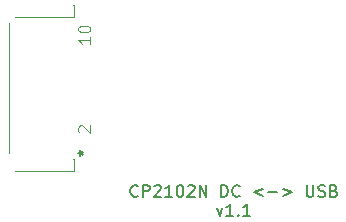
<source format=gbr>
%TF.GenerationSoftware,KiCad,Pcbnew,7.0.5-0*%
%TF.CreationDate,2023-07-20T10:36:23-05:00*%
%TF.ProjectId,DCSDv2_CP2102N,44435344-7632-45f4-9350-323130324e2e,rev?*%
%TF.SameCoordinates,Original*%
%TF.FileFunction,Legend,Top*%
%TF.FilePolarity,Positive*%
%FSLAX46Y46*%
G04 Gerber Fmt 4.6, Leading zero omitted, Abs format (unit mm)*
G04 Created by KiCad (PCBNEW 7.0.5-0) date 2023-07-20 10:36:23*
%MOMM*%
%LPD*%
G01*
G04 APERTURE LIST*
%ADD10C,0.150000*%
%ADD11C,0.100000*%
%ADD12C,0.120000*%
%ADD13R,5.000000X1.000000*%
%ADD14C,0.650000*%
%ADD15O,1.600000X1.000000*%
%ADD16O,2.100000X1.000000*%
G04 APERTURE END LIST*
D10*
X143380952Y-100914580D02*
X143333333Y-100962200D01*
X143333333Y-100962200D02*
X143190476Y-101009819D01*
X143190476Y-101009819D02*
X143095238Y-101009819D01*
X143095238Y-101009819D02*
X142952381Y-100962200D01*
X142952381Y-100962200D02*
X142857143Y-100866961D01*
X142857143Y-100866961D02*
X142809524Y-100771723D01*
X142809524Y-100771723D02*
X142761905Y-100581247D01*
X142761905Y-100581247D02*
X142761905Y-100438390D01*
X142761905Y-100438390D02*
X142809524Y-100247914D01*
X142809524Y-100247914D02*
X142857143Y-100152676D01*
X142857143Y-100152676D02*
X142952381Y-100057438D01*
X142952381Y-100057438D02*
X143095238Y-100009819D01*
X143095238Y-100009819D02*
X143190476Y-100009819D01*
X143190476Y-100009819D02*
X143333333Y-100057438D01*
X143333333Y-100057438D02*
X143380952Y-100105057D01*
X143809524Y-101009819D02*
X143809524Y-100009819D01*
X143809524Y-100009819D02*
X144190476Y-100009819D01*
X144190476Y-100009819D02*
X144285714Y-100057438D01*
X144285714Y-100057438D02*
X144333333Y-100105057D01*
X144333333Y-100105057D02*
X144380952Y-100200295D01*
X144380952Y-100200295D02*
X144380952Y-100343152D01*
X144380952Y-100343152D02*
X144333333Y-100438390D01*
X144333333Y-100438390D02*
X144285714Y-100486009D01*
X144285714Y-100486009D02*
X144190476Y-100533628D01*
X144190476Y-100533628D02*
X143809524Y-100533628D01*
X144761905Y-100105057D02*
X144809524Y-100057438D01*
X144809524Y-100057438D02*
X144904762Y-100009819D01*
X144904762Y-100009819D02*
X145142857Y-100009819D01*
X145142857Y-100009819D02*
X145238095Y-100057438D01*
X145238095Y-100057438D02*
X145285714Y-100105057D01*
X145285714Y-100105057D02*
X145333333Y-100200295D01*
X145333333Y-100200295D02*
X145333333Y-100295533D01*
X145333333Y-100295533D02*
X145285714Y-100438390D01*
X145285714Y-100438390D02*
X144714286Y-101009819D01*
X144714286Y-101009819D02*
X145333333Y-101009819D01*
X146285714Y-101009819D02*
X145714286Y-101009819D01*
X146000000Y-101009819D02*
X146000000Y-100009819D01*
X146000000Y-100009819D02*
X145904762Y-100152676D01*
X145904762Y-100152676D02*
X145809524Y-100247914D01*
X145809524Y-100247914D02*
X145714286Y-100295533D01*
X146904762Y-100009819D02*
X147000000Y-100009819D01*
X147000000Y-100009819D02*
X147095238Y-100057438D01*
X147095238Y-100057438D02*
X147142857Y-100105057D01*
X147142857Y-100105057D02*
X147190476Y-100200295D01*
X147190476Y-100200295D02*
X147238095Y-100390771D01*
X147238095Y-100390771D02*
X147238095Y-100628866D01*
X147238095Y-100628866D02*
X147190476Y-100819342D01*
X147190476Y-100819342D02*
X147142857Y-100914580D01*
X147142857Y-100914580D02*
X147095238Y-100962200D01*
X147095238Y-100962200D02*
X147000000Y-101009819D01*
X147000000Y-101009819D02*
X146904762Y-101009819D01*
X146904762Y-101009819D02*
X146809524Y-100962200D01*
X146809524Y-100962200D02*
X146761905Y-100914580D01*
X146761905Y-100914580D02*
X146714286Y-100819342D01*
X146714286Y-100819342D02*
X146666667Y-100628866D01*
X146666667Y-100628866D02*
X146666667Y-100390771D01*
X146666667Y-100390771D02*
X146714286Y-100200295D01*
X146714286Y-100200295D02*
X146761905Y-100105057D01*
X146761905Y-100105057D02*
X146809524Y-100057438D01*
X146809524Y-100057438D02*
X146904762Y-100009819D01*
X147619048Y-100105057D02*
X147666667Y-100057438D01*
X147666667Y-100057438D02*
X147761905Y-100009819D01*
X147761905Y-100009819D02*
X148000000Y-100009819D01*
X148000000Y-100009819D02*
X148095238Y-100057438D01*
X148095238Y-100057438D02*
X148142857Y-100105057D01*
X148142857Y-100105057D02*
X148190476Y-100200295D01*
X148190476Y-100200295D02*
X148190476Y-100295533D01*
X148190476Y-100295533D02*
X148142857Y-100438390D01*
X148142857Y-100438390D02*
X147571429Y-101009819D01*
X147571429Y-101009819D02*
X148190476Y-101009819D01*
X148619048Y-101009819D02*
X148619048Y-100009819D01*
X148619048Y-100009819D02*
X149190476Y-101009819D01*
X149190476Y-101009819D02*
X149190476Y-100009819D01*
X150428572Y-101009819D02*
X150428572Y-100009819D01*
X150428572Y-100009819D02*
X150666667Y-100009819D01*
X150666667Y-100009819D02*
X150809524Y-100057438D01*
X150809524Y-100057438D02*
X150904762Y-100152676D01*
X150904762Y-100152676D02*
X150952381Y-100247914D01*
X150952381Y-100247914D02*
X151000000Y-100438390D01*
X151000000Y-100438390D02*
X151000000Y-100581247D01*
X151000000Y-100581247D02*
X150952381Y-100771723D01*
X150952381Y-100771723D02*
X150904762Y-100866961D01*
X150904762Y-100866961D02*
X150809524Y-100962200D01*
X150809524Y-100962200D02*
X150666667Y-101009819D01*
X150666667Y-101009819D02*
X150428572Y-101009819D01*
X152000000Y-100914580D02*
X151952381Y-100962200D01*
X151952381Y-100962200D02*
X151809524Y-101009819D01*
X151809524Y-101009819D02*
X151714286Y-101009819D01*
X151714286Y-101009819D02*
X151571429Y-100962200D01*
X151571429Y-100962200D02*
X151476191Y-100866961D01*
X151476191Y-100866961D02*
X151428572Y-100771723D01*
X151428572Y-100771723D02*
X151380953Y-100581247D01*
X151380953Y-100581247D02*
X151380953Y-100438390D01*
X151380953Y-100438390D02*
X151428572Y-100247914D01*
X151428572Y-100247914D02*
X151476191Y-100152676D01*
X151476191Y-100152676D02*
X151571429Y-100057438D01*
X151571429Y-100057438D02*
X151714286Y-100009819D01*
X151714286Y-100009819D02*
X151809524Y-100009819D01*
X151809524Y-100009819D02*
X151952381Y-100057438D01*
X151952381Y-100057438D02*
X152000000Y-100105057D01*
X153952382Y-100343152D02*
X153190477Y-100628866D01*
X153190477Y-100628866D02*
X153952382Y-100914580D01*
X154428572Y-100628866D02*
X155190477Y-100628866D01*
X155666667Y-100343152D02*
X156428572Y-100628866D01*
X156428572Y-100628866D02*
X155666667Y-100914580D01*
X157666667Y-100009819D02*
X157666667Y-100819342D01*
X157666667Y-100819342D02*
X157714286Y-100914580D01*
X157714286Y-100914580D02*
X157761905Y-100962200D01*
X157761905Y-100962200D02*
X157857143Y-101009819D01*
X157857143Y-101009819D02*
X158047619Y-101009819D01*
X158047619Y-101009819D02*
X158142857Y-100962200D01*
X158142857Y-100962200D02*
X158190476Y-100914580D01*
X158190476Y-100914580D02*
X158238095Y-100819342D01*
X158238095Y-100819342D02*
X158238095Y-100009819D01*
X158666667Y-100962200D02*
X158809524Y-101009819D01*
X158809524Y-101009819D02*
X159047619Y-101009819D01*
X159047619Y-101009819D02*
X159142857Y-100962200D01*
X159142857Y-100962200D02*
X159190476Y-100914580D01*
X159190476Y-100914580D02*
X159238095Y-100819342D01*
X159238095Y-100819342D02*
X159238095Y-100724104D01*
X159238095Y-100724104D02*
X159190476Y-100628866D01*
X159190476Y-100628866D02*
X159142857Y-100581247D01*
X159142857Y-100581247D02*
X159047619Y-100533628D01*
X159047619Y-100533628D02*
X158857143Y-100486009D01*
X158857143Y-100486009D02*
X158761905Y-100438390D01*
X158761905Y-100438390D02*
X158714286Y-100390771D01*
X158714286Y-100390771D02*
X158666667Y-100295533D01*
X158666667Y-100295533D02*
X158666667Y-100200295D01*
X158666667Y-100200295D02*
X158714286Y-100105057D01*
X158714286Y-100105057D02*
X158761905Y-100057438D01*
X158761905Y-100057438D02*
X158857143Y-100009819D01*
X158857143Y-100009819D02*
X159095238Y-100009819D01*
X159095238Y-100009819D02*
X159238095Y-100057438D01*
X160000000Y-100486009D02*
X160142857Y-100533628D01*
X160142857Y-100533628D02*
X160190476Y-100581247D01*
X160190476Y-100581247D02*
X160238095Y-100676485D01*
X160238095Y-100676485D02*
X160238095Y-100819342D01*
X160238095Y-100819342D02*
X160190476Y-100914580D01*
X160190476Y-100914580D02*
X160142857Y-100962200D01*
X160142857Y-100962200D02*
X160047619Y-101009819D01*
X160047619Y-101009819D02*
X159666667Y-101009819D01*
X159666667Y-101009819D02*
X159666667Y-100009819D01*
X159666667Y-100009819D02*
X160000000Y-100009819D01*
X160000000Y-100009819D02*
X160095238Y-100057438D01*
X160095238Y-100057438D02*
X160142857Y-100105057D01*
X160142857Y-100105057D02*
X160190476Y-100200295D01*
X160190476Y-100200295D02*
X160190476Y-100295533D01*
X160190476Y-100295533D02*
X160142857Y-100390771D01*
X160142857Y-100390771D02*
X160095238Y-100438390D01*
X160095238Y-100438390D02*
X160000000Y-100486009D01*
X160000000Y-100486009D02*
X159666667Y-100486009D01*
X150071429Y-101953152D02*
X150309524Y-102619819D01*
X150309524Y-102619819D02*
X150547619Y-101953152D01*
X151452381Y-102619819D02*
X150880953Y-102619819D01*
X151166667Y-102619819D02*
X151166667Y-101619819D01*
X151166667Y-101619819D02*
X151071429Y-101762676D01*
X151071429Y-101762676D02*
X150976191Y-101857914D01*
X150976191Y-101857914D02*
X150880953Y-101905533D01*
X151880953Y-102524580D02*
X151928572Y-102572200D01*
X151928572Y-102572200D02*
X151880953Y-102619819D01*
X151880953Y-102619819D02*
X151833334Y-102572200D01*
X151833334Y-102572200D02*
X151880953Y-102524580D01*
X151880953Y-102524580D02*
X151880953Y-102619819D01*
X152880952Y-102619819D02*
X152309524Y-102619819D01*
X152595238Y-102619819D02*
X152595238Y-101619819D01*
X152595238Y-101619819D02*
X152500000Y-101762676D01*
X152500000Y-101762676D02*
X152404762Y-101857914D01*
X152404762Y-101857914D02*
X152309524Y-101905533D01*
D11*
%TO.C,U2*%
X138441467Y-95543734D02*
X138393848Y-95496115D01*
X138393848Y-95496115D02*
X138346229Y-95400877D01*
X138346229Y-95400877D02*
X138346229Y-95162782D01*
X138346229Y-95162782D02*
X138393848Y-95067544D01*
X138393848Y-95067544D02*
X138441467Y-95019925D01*
X138441467Y-95019925D02*
X138536705Y-94972306D01*
X138536705Y-94972306D02*
X138631943Y-94972306D01*
X138631943Y-94972306D02*
X138774800Y-95019925D01*
X138774800Y-95019925D02*
X139346229Y-95591353D01*
X139346229Y-95591353D02*
X139346229Y-94972306D01*
D10*
X138343629Y-97320363D02*
X138581724Y-97320363D01*
X138486486Y-97558458D02*
X138581724Y-97320363D01*
X138581724Y-97320363D02*
X138486486Y-97082268D01*
X138772200Y-97463220D02*
X138581724Y-97320363D01*
X138581724Y-97320363D02*
X138772200Y-97177506D01*
D11*
X139346229Y-87472306D02*
X139346229Y-88043734D01*
X139346229Y-87758020D02*
X138346229Y-87758020D01*
X138346229Y-87758020D02*
X138489086Y-87853258D01*
X138489086Y-87853258D02*
X138584324Y-87948496D01*
X138584324Y-87948496D02*
X138631943Y-88043734D01*
X138346229Y-86853258D02*
X138346229Y-86758020D01*
X138346229Y-86758020D02*
X138393848Y-86662782D01*
X138393848Y-86662782D02*
X138441467Y-86615163D01*
X138441467Y-86615163D02*
X138536705Y-86567544D01*
X138536705Y-86567544D02*
X138727181Y-86519925D01*
X138727181Y-86519925D02*
X138965276Y-86519925D01*
X138965276Y-86519925D02*
X139155752Y-86567544D01*
X139155752Y-86567544D02*
X139250990Y-86615163D01*
X139250990Y-86615163D02*
X139298610Y-86662782D01*
X139298610Y-86662782D02*
X139346229Y-86758020D01*
X139346229Y-86758020D02*
X139346229Y-86853258D01*
X139346229Y-86853258D02*
X139298610Y-86948496D01*
X139298610Y-86948496D02*
X139250990Y-86996115D01*
X139250990Y-86996115D02*
X139155752Y-87043734D01*
X139155752Y-87043734D02*
X138965276Y-87091353D01*
X138965276Y-87091353D02*
X138727181Y-87091353D01*
X138727181Y-87091353D02*
X138536705Y-87043734D01*
X138536705Y-87043734D02*
X138441467Y-86996115D01*
X138441467Y-86996115D02*
X138393848Y-86948496D01*
X138393848Y-86948496D02*
X138346229Y-86853258D01*
D12*
X132473810Y-97300000D02*
X132473810Y-86300000D01*
D11*
X137973810Y-97800000D02*
X132973810Y-97800000D01*
X132973810Y-97800000D02*
X132973810Y-98800000D01*
X132973810Y-98800000D02*
X137973810Y-98800000D01*
X137973810Y-98800000D02*
X137973810Y-97800000D01*
X132973810Y-85800000D02*
X137973810Y-85800000D01*
X137973810Y-85800000D02*
X137973810Y-84800000D01*
X137973810Y-84800000D02*
X132973810Y-84800000D01*
X132973810Y-84800000D02*
X132973810Y-85800000D01*
%TD*%
%LPC*%
D13*
%TO.C,U2*%
X135473810Y-95300000D03*
X135473810Y-93300000D03*
X135473810Y-91300000D03*
X135473810Y-89300000D03*
X135473810Y-87300000D03*
X135473810Y-98300000D03*
X135473810Y-85300000D03*
%TD*%
D14*
%TO.C,P1*%
X162873810Y-88910000D03*
X162873810Y-94690000D03*
D15*
X166523810Y-87480000D03*
D16*
X162343810Y-87480000D03*
D15*
X166523810Y-96120000D03*
D16*
X162343810Y-96120000D03*
%TD*%
%LPD*%
M02*

</source>
